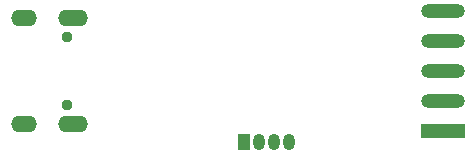
<source format=gbs>
G04*
G04 #@! TF.GenerationSoftware,Altium Limited,Altium Designer,22.1.2 (22)*
G04*
G04 Layer_Color=16711935*
%FSLAX25Y25*%
%MOIN*%
G70*
G04*
G04 #@! TF.SameCoordinates,32997ABC-C250-4A50-851A-9512557143E5*
G04*
G04*
G04 #@! TF.FilePolarity,Negative*
G04*
G01*
G75*
%ADD55O,0.14580X0.04816*%
%ADD56R,0.14580X0.04816*%
%ADD59O,0.03950X0.05524*%
%ADD60R,0.03950X0.05524*%
%ADD61O,0.09855X0.05524*%
%ADD62O,0.08674X0.05524*%
%ADD63C,0.03753*%
D55*
X149606Y39528D02*
D03*
Y19528D02*
D03*
Y29528D02*
D03*
Y49528D02*
D03*
D56*
Y9528D02*
D03*
D59*
X98051Y5906D02*
D03*
X93051D02*
D03*
X88051D02*
D03*
D60*
X83051D02*
D03*
D61*
X26279Y47245D02*
D03*
X26279Y11811D02*
D03*
D62*
X9940Y11811D02*
D03*
X9940Y47244D02*
D03*
D63*
X24310Y18149D02*
D03*
Y40905D02*
D03*
M02*

</source>
